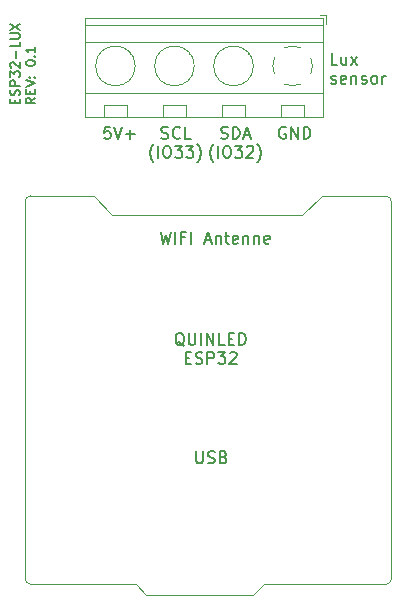
<source format=gbr>
%TF.GenerationSoftware,KiCad,Pcbnew,8.0.5*%
%TF.CreationDate,2024-09-09T20:15:27+02:00*%
%TF.ProjectId,QuinLED-ESP32-Lux,5175696e-4c45-4442-9d45-535033322d4c,rev?*%
%TF.SameCoordinates,Original*%
%TF.FileFunction,Legend,Top*%
%TF.FilePolarity,Positive*%
%FSLAX46Y46*%
G04 Gerber Fmt 4.6, Leading zero omitted, Abs format (unit mm)*
G04 Created by KiCad (PCBNEW 8.0.5) date 2024-09-09 20:15:27*
%MOMM*%
%LPD*%
G01*
G04 APERTURE LIST*
%ADD10C,0.150000*%
%ADD11C,0.050000*%
%ADD12C,0.120000*%
G04 APERTURE END LIST*
D10*
X125656774Y-69243653D02*
X125656774Y-68976987D01*
X126075822Y-68862701D02*
X126075822Y-69243653D01*
X126075822Y-69243653D02*
X125275822Y-69243653D01*
X125275822Y-69243653D02*
X125275822Y-68862701D01*
X126037727Y-68557939D02*
X126075822Y-68443653D01*
X126075822Y-68443653D02*
X126075822Y-68253177D01*
X126075822Y-68253177D02*
X126037727Y-68176986D01*
X126037727Y-68176986D02*
X125999631Y-68138891D01*
X125999631Y-68138891D02*
X125923441Y-68100796D01*
X125923441Y-68100796D02*
X125847250Y-68100796D01*
X125847250Y-68100796D02*
X125771060Y-68138891D01*
X125771060Y-68138891D02*
X125732965Y-68176986D01*
X125732965Y-68176986D02*
X125694869Y-68253177D01*
X125694869Y-68253177D02*
X125656774Y-68405558D01*
X125656774Y-68405558D02*
X125618679Y-68481748D01*
X125618679Y-68481748D02*
X125580584Y-68519843D01*
X125580584Y-68519843D02*
X125504393Y-68557939D01*
X125504393Y-68557939D02*
X125428203Y-68557939D01*
X125428203Y-68557939D02*
X125352012Y-68519843D01*
X125352012Y-68519843D02*
X125313917Y-68481748D01*
X125313917Y-68481748D02*
X125275822Y-68405558D01*
X125275822Y-68405558D02*
X125275822Y-68215081D01*
X125275822Y-68215081D02*
X125313917Y-68100796D01*
X126075822Y-67757938D02*
X125275822Y-67757938D01*
X125275822Y-67757938D02*
X125275822Y-67453176D01*
X125275822Y-67453176D02*
X125313917Y-67376986D01*
X125313917Y-67376986D02*
X125352012Y-67338891D01*
X125352012Y-67338891D02*
X125428203Y-67300795D01*
X125428203Y-67300795D02*
X125542488Y-67300795D01*
X125542488Y-67300795D02*
X125618679Y-67338891D01*
X125618679Y-67338891D02*
X125656774Y-67376986D01*
X125656774Y-67376986D02*
X125694869Y-67453176D01*
X125694869Y-67453176D02*
X125694869Y-67757938D01*
X125275822Y-67034129D02*
X125275822Y-66538891D01*
X125275822Y-66538891D02*
X125580584Y-66805557D01*
X125580584Y-66805557D02*
X125580584Y-66691272D01*
X125580584Y-66691272D02*
X125618679Y-66615081D01*
X125618679Y-66615081D02*
X125656774Y-66576986D01*
X125656774Y-66576986D02*
X125732965Y-66538891D01*
X125732965Y-66538891D02*
X125923441Y-66538891D01*
X125923441Y-66538891D02*
X125999631Y-66576986D01*
X125999631Y-66576986D02*
X126037727Y-66615081D01*
X126037727Y-66615081D02*
X126075822Y-66691272D01*
X126075822Y-66691272D02*
X126075822Y-66919843D01*
X126075822Y-66919843D02*
X126037727Y-66996034D01*
X126037727Y-66996034D02*
X125999631Y-67034129D01*
X125352012Y-66234129D02*
X125313917Y-66196033D01*
X125313917Y-66196033D02*
X125275822Y-66119843D01*
X125275822Y-66119843D02*
X125275822Y-65929367D01*
X125275822Y-65929367D02*
X125313917Y-65853176D01*
X125313917Y-65853176D02*
X125352012Y-65815081D01*
X125352012Y-65815081D02*
X125428203Y-65776986D01*
X125428203Y-65776986D02*
X125504393Y-65776986D01*
X125504393Y-65776986D02*
X125618679Y-65815081D01*
X125618679Y-65815081D02*
X126075822Y-66272224D01*
X126075822Y-66272224D02*
X126075822Y-65776986D01*
X125771060Y-65434128D02*
X125771060Y-64824605D01*
X126075822Y-64062700D02*
X126075822Y-64443652D01*
X126075822Y-64443652D02*
X125275822Y-64443652D01*
X125275822Y-63796033D02*
X125923441Y-63796033D01*
X125923441Y-63796033D02*
X125999631Y-63757938D01*
X125999631Y-63757938D02*
X126037727Y-63719843D01*
X126037727Y-63719843D02*
X126075822Y-63643652D01*
X126075822Y-63643652D02*
X126075822Y-63491271D01*
X126075822Y-63491271D02*
X126037727Y-63415081D01*
X126037727Y-63415081D02*
X125999631Y-63376986D01*
X125999631Y-63376986D02*
X125923441Y-63338890D01*
X125923441Y-63338890D02*
X125275822Y-63338890D01*
X125275822Y-63034129D02*
X126075822Y-62500795D01*
X125275822Y-62500795D02*
X126075822Y-63034129D01*
X127363777Y-68786510D02*
X126982824Y-69053177D01*
X127363777Y-69243653D02*
X126563777Y-69243653D01*
X126563777Y-69243653D02*
X126563777Y-68938891D01*
X126563777Y-68938891D02*
X126601872Y-68862701D01*
X126601872Y-68862701D02*
X126639967Y-68824606D01*
X126639967Y-68824606D02*
X126716158Y-68786510D01*
X126716158Y-68786510D02*
X126830443Y-68786510D01*
X126830443Y-68786510D02*
X126906634Y-68824606D01*
X126906634Y-68824606D02*
X126944729Y-68862701D01*
X126944729Y-68862701D02*
X126982824Y-68938891D01*
X126982824Y-68938891D02*
X126982824Y-69243653D01*
X126944729Y-68443653D02*
X126944729Y-68176987D01*
X127363777Y-68062701D02*
X127363777Y-68443653D01*
X127363777Y-68443653D02*
X126563777Y-68443653D01*
X126563777Y-68443653D02*
X126563777Y-68062701D01*
X126563777Y-67834129D02*
X127363777Y-67567462D01*
X127363777Y-67567462D02*
X126563777Y-67300796D01*
X127287586Y-67034129D02*
X127325682Y-66996034D01*
X127325682Y-66996034D02*
X127363777Y-67034129D01*
X127363777Y-67034129D02*
X127325682Y-67072225D01*
X127325682Y-67072225D02*
X127287586Y-67034129D01*
X127287586Y-67034129D02*
X127363777Y-67034129D01*
X126868539Y-67034129D02*
X126906634Y-66996034D01*
X126906634Y-66996034D02*
X126944729Y-67034129D01*
X126944729Y-67034129D02*
X126906634Y-67072225D01*
X126906634Y-67072225D02*
X126868539Y-67034129D01*
X126868539Y-67034129D02*
X126944729Y-67034129D01*
X126563777Y-65891272D02*
X126563777Y-65815082D01*
X126563777Y-65815082D02*
X126601872Y-65738891D01*
X126601872Y-65738891D02*
X126639967Y-65700796D01*
X126639967Y-65700796D02*
X126716158Y-65662701D01*
X126716158Y-65662701D02*
X126868539Y-65624606D01*
X126868539Y-65624606D02*
X127059015Y-65624606D01*
X127059015Y-65624606D02*
X127211396Y-65662701D01*
X127211396Y-65662701D02*
X127287586Y-65700796D01*
X127287586Y-65700796D02*
X127325682Y-65738891D01*
X127325682Y-65738891D02*
X127363777Y-65815082D01*
X127363777Y-65815082D02*
X127363777Y-65891272D01*
X127363777Y-65891272D02*
X127325682Y-65967463D01*
X127325682Y-65967463D02*
X127287586Y-66005558D01*
X127287586Y-66005558D02*
X127211396Y-66043653D01*
X127211396Y-66043653D02*
X127059015Y-66081749D01*
X127059015Y-66081749D02*
X126868539Y-66081749D01*
X126868539Y-66081749D02*
X126716158Y-66043653D01*
X126716158Y-66043653D02*
X126639967Y-66005558D01*
X126639967Y-66005558D02*
X126601872Y-65967463D01*
X126601872Y-65967463D02*
X126563777Y-65891272D01*
X127287586Y-65281748D02*
X127325682Y-65243653D01*
X127325682Y-65243653D02*
X127363777Y-65281748D01*
X127363777Y-65281748D02*
X127325682Y-65319844D01*
X127325682Y-65319844D02*
X127287586Y-65281748D01*
X127287586Y-65281748D02*
X127363777Y-65281748D01*
X127363777Y-64481749D02*
X127363777Y-64938892D01*
X127363777Y-64710320D02*
X126563777Y-64710320D01*
X126563777Y-64710320D02*
X126678062Y-64786511D01*
X126678062Y-64786511D02*
X126754253Y-64862701D01*
X126754253Y-64862701D02*
X126792348Y-64938892D01*
X143102522Y-72204648D02*
X143245379Y-72252267D01*
X143245379Y-72252267D02*
X143483474Y-72252267D01*
X143483474Y-72252267D02*
X143578712Y-72204648D01*
X143578712Y-72204648D02*
X143626331Y-72157028D01*
X143626331Y-72157028D02*
X143673950Y-72061790D01*
X143673950Y-72061790D02*
X143673950Y-71966552D01*
X143673950Y-71966552D02*
X143626331Y-71871314D01*
X143626331Y-71871314D02*
X143578712Y-71823695D01*
X143578712Y-71823695D02*
X143483474Y-71776076D01*
X143483474Y-71776076D02*
X143292998Y-71728457D01*
X143292998Y-71728457D02*
X143197760Y-71680838D01*
X143197760Y-71680838D02*
X143150141Y-71633219D01*
X143150141Y-71633219D02*
X143102522Y-71537981D01*
X143102522Y-71537981D02*
X143102522Y-71442743D01*
X143102522Y-71442743D02*
X143150141Y-71347505D01*
X143150141Y-71347505D02*
X143197760Y-71299886D01*
X143197760Y-71299886D02*
X143292998Y-71252267D01*
X143292998Y-71252267D02*
X143531093Y-71252267D01*
X143531093Y-71252267D02*
X143673950Y-71299886D01*
X144102522Y-72252267D02*
X144102522Y-71252267D01*
X144102522Y-71252267D02*
X144340617Y-71252267D01*
X144340617Y-71252267D02*
X144483474Y-71299886D01*
X144483474Y-71299886D02*
X144578712Y-71395124D01*
X144578712Y-71395124D02*
X144626331Y-71490362D01*
X144626331Y-71490362D02*
X144673950Y-71680838D01*
X144673950Y-71680838D02*
X144673950Y-71823695D01*
X144673950Y-71823695D02*
X144626331Y-72014171D01*
X144626331Y-72014171D02*
X144578712Y-72109409D01*
X144578712Y-72109409D02*
X144483474Y-72204648D01*
X144483474Y-72204648D02*
X144340617Y-72252267D01*
X144340617Y-72252267D02*
X144102522Y-72252267D01*
X145054903Y-71966552D02*
X145531093Y-71966552D01*
X144959665Y-72252267D02*
X145292998Y-71252267D01*
X145292998Y-71252267D02*
X145626331Y-72252267D01*
X142459665Y-74243163D02*
X142412046Y-74195544D01*
X142412046Y-74195544D02*
X142316808Y-74052687D01*
X142316808Y-74052687D02*
X142269189Y-73957449D01*
X142269189Y-73957449D02*
X142221570Y-73814592D01*
X142221570Y-73814592D02*
X142173951Y-73576496D01*
X142173951Y-73576496D02*
X142173951Y-73386020D01*
X142173951Y-73386020D02*
X142221570Y-73147925D01*
X142221570Y-73147925D02*
X142269189Y-73005068D01*
X142269189Y-73005068D02*
X142316808Y-72909830D01*
X142316808Y-72909830D02*
X142412046Y-72766972D01*
X142412046Y-72766972D02*
X142459665Y-72719353D01*
X142840618Y-73862211D02*
X142840618Y-72862211D01*
X143507284Y-72862211D02*
X143697760Y-72862211D01*
X143697760Y-72862211D02*
X143792998Y-72909830D01*
X143792998Y-72909830D02*
X143888236Y-73005068D01*
X143888236Y-73005068D02*
X143935855Y-73195544D01*
X143935855Y-73195544D02*
X143935855Y-73528877D01*
X143935855Y-73528877D02*
X143888236Y-73719353D01*
X143888236Y-73719353D02*
X143792998Y-73814592D01*
X143792998Y-73814592D02*
X143697760Y-73862211D01*
X143697760Y-73862211D02*
X143507284Y-73862211D01*
X143507284Y-73862211D02*
X143412046Y-73814592D01*
X143412046Y-73814592D02*
X143316808Y-73719353D01*
X143316808Y-73719353D02*
X143269189Y-73528877D01*
X143269189Y-73528877D02*
X143269189Y-73195544D01*
X143269189Y-73195544D02*
X143316808Y-73005068D01*
X143316808Y-73005068D02*
X143412046Y-72909830D01*
X143412046Y-72909830D02*
X143507284Y-72862211D01*
X144269189Y-72862211D02*
X144888236Y-72862211D01*
X144888236Y-72862211D02*
X144554903Y-73243163D01*
X144554903Y-73243163D02*
X144697760Y-73243163D01*
X144697760Y-73243163D02*
X144792998Y-73290782D01*
X144792998Y-73290782D02*
X144840617Y-73338401D01*
X144840617Y-73338401D02*
X144888236Y-73433639D01*
X144888236Y-73433639D02*
X144888236Y-73671734D01*
X144888236Y-73671734D02*
X144840617Y-73766972D01*
X144840617Y-73766972D02*
X144792998Y-73814592D01*
X144792998Y-73814592D02*
X144697760Y-73862211D01*
X144697760Y-73862211D02*
X144412046Y-73862211D01*
X144412046Y-73862211D02*
X144316808Y-73814592D01*
X144316808Y-73814592D02*
X144269189Y-73766972D01*
X145269189Y-72957449D02*
X145316808Y-72909830D01*
X145316808Y-72909830D02*
X145412046Y-72862211D01*
X145412046Y-72862211D02*
X145650141Y-72862211D01*
X145650141Y-72862211D02*
X145745379Y-72909830D01*
X145745379Y-72909830D02*
X145792998Y-72957449D01*
X145792998Y-72957449D02*
X145840617Y-73052687D01*
X145840617Y-73052687D02*
X145840617Y-73147925D01*
X145840617Y-73147925D02*
X145792998Y-73290782D01*
X145792998Y-73290782D02*
X145221570Y-73862211D01*
X145221570Y-73862211D02*
X145840617Y-73862211D01*
X146173951Y-74243163D02*
X146221570Y-74195544D01*
X146221570Y-74195544D02*
X146316808Y-74052687D01*
X146316808Y-74052687D02*
X146364427Y-73957449D01*
X146364427Y-73957449D02*
X146412046Y-73814592D01*
X146412046Y-73814592D02*
X146459665Y-73576496D01*
X146459665Y-73576496D02*
X146459665Y-73386020D01*
X146459665Y-73386020D02*
X146412046Y-73147925D01*
X146412046Y-73147925D02*
X146364427Y-73005068D01*
X146364427Y-73005068D02*
X146316808Y-72909830D01*
X146316808Y-72909830D02*
X146221570Y-72766972D01*
X146221570Y-72766972D02*
X146173951Y-72719353D01*
X152951911Y-65982113D02*
X152475721Y-65982113D01*
X152475721Y-65982113D02*
X152475721Y-64982113D01*
X153713816Y-65315446D02*
X153713816Y-65982113D01*
X153285245Y-65315446D02*
X153285245Y-65839255D01*
X153285245Y-65839255D02*
X153332864Y-65934494D01*
X153332864Y-65934494D02*
X153428102Y-65982113D01*
X153428102Y-65982113D02*
X153570959Y-65982113D01*
X153570959Y-65982113D02*
X153666197Y-65934494D01*
X153666197Y-65934494D02*
X153713816Y-65886874D01*
X154094769Y-65982113D02*
X154618578Y-65315446D01*
X154094769Y-65315446D02*
X154618578Y-65982113D01*
X152428102Y-67544438D02*
X152523340Y-67592057D01*
X152523340Y-67592057D02*
X152713816Y-67592057D01*
X152713816Y-67592057D02*
X152809054Y-67544438D01*
X152809054Y-67544438D02*
X152856673Y-67449199D01*
X152856673Y-67449199D02*
X152856673Y-67401580D01*
X152856673Y-67401580D02*
X152809054Y-67306342D01*
X152809054Y-67306342D02*
X152713816Y-67258723D01*
X152713816Y-67258723D02*
X152570959Y-67258723D01*
X152570959Y-67258723D02*
X152475721Y-67211104D01*
X152475721Y-67211104D02*
X152428102Y-67115866D01*
X152428102Y-67115866D02*
X152428102Y-67068247D01*
X152428102Y-67068247D02*
X152475721Y-66973009D01*
X152475721Y-66973009D02*
X152570959Y-66925390D01*
X152570959Y-66925390D02*
X152713816Y-66925390D01*
X152713816Y-66925390D02*
X152809054Y-66973009D01*
X153666197Y-67544438D02*
X153570959Y-67592057D01*
X153570959Y-67592057D02*
X153380483Y-67592057D01*
X153380483Y-67592057D02*
X153285245Y-67544438D01*
X153285245Y-67544438D02*
X153237626Y-67449199D01*
X153237626Y-67449199D02*
X153237626Y-67068247D01*
X153237626Y-67068247D02*
X153285245Y-66973009D01*
X153285245Y-66973009D02*
X153380483Y-66925390D01*
X153380483Y-66925390D02*
X153570959Y-66925390D01*
X153570959Y-66925390D02*
X153666197Y-66973009D01*
X153666197Y-66973009D02*
X153713816Y-67068247D01*
X153713816Y-67068247D02*
X153713816Y-67163485D01*
X153713816Y-67163485D02*
X153237626Y-67258723D01*
X154142388Y-66925390D02*
X154142388Y-67592057D01*
X154142388Y-67020628D02*
X154190007Y-66973009D01*
X154190007Y-66973009D02*
X154285245Y-66925390D01*
X154285245Y-66925390D02*
X154428102Y-66925390D01*
X154428102Y-66925390D02*
X154523340Y-66973009D01*
X154523340Y-66973009D02*
X154570959Y-67068247D01*
X154570959Y-67068247D02*
X154570959Y-67592057D01*
X154999531Y-67544438D02*
X155094769Y-67592057D01*
X155094769Y-67592057D02*
X155285245Y-67592057D01*
X155285245Y-67592057D02*
X155380483Y-67544438D01*
X155380483Y-67544438D02*
X155428102Y-67449199D01*
X155428102Y-67449199D02*
X155428102Y-67401580D01*
X155428102Y-67401580D02*
X155380483Y-67306342D01*
X155380483Y-67306342D02*
X155285245Y-67258723D01*
X155285245Y-67258723D02*
X155142388Y-67258723D01*
X155142388Y-67258723D02*
X155047150Y-67211104D01*
X155047150Y-67211104D02*
X154999531Y-67115866D01*
X154999531Y-67115866D02*
X154999531Y-67068247D01*
X154999531Y-67068247D02*
X155047150Y-66973009D01*
X155047150Y-66973009D02*
X155142388Y-66925390D01*
X155142388Y-66925390D02*
X155285245Y-66925390D01*
X155285245Y-66925390D02*
X155380483Y-66973009D01*
X155999531Y-67592057D02*
X155904293Y-67544438D01*
X155904293Y-67544438D02*
X155856674Y-67496818D01*
X155856674Y-67496818D02*
X155809055Y-67401580D01*
X155809055Y-67401580D02*
X155809055Y-67115866D01*
X155809055Y-67115866D02*
X155856674Y-67020628D01*
X155856674Y-67020628D02*
X155904293Y-66973009D01*
X155904293Y-66973009D02*
X155999531Y-66925390D01*
X155999531Y-66925390D02*
X156142388Y-66925390D01*
X156142388Y-66925390D02*
X156237626Y-66973009D01*
X156237626Y-66973009D02*
X156285245Y-67020628D01*
X156285245Y-67020628D02*
X156332864Y-67115866D01*
X156332864Y-67115866D02*
X156332864Y-67401580D01*
X156332864Y-67401580D02*
X156285245Y-67496818D01*
X156285245Y-67496818D02*
X156237626Y-67544438D01*
X156237626Y-67544438D02*
X156142388Y-67592057D01*
X156142388Y-67592057D02*
X155999531Y-67592057D01*
X156761436Y-67592057D02*
X156761436Y-66925390D01*
X156761436Y-67115866D02*
X156809055Y-67020628D01*
X156809055Y-67020628D02*
X156856674Y-66973009D01*
X156856674Y-66973009D02*
X156951912Y-66925390D01*
X156951912Y-66925390D02*
X157047150Y-66925390D01*
X140984526Y-98724096D02*
X140984526Y-99533619D01*
X140984526Y-99533619D02*
X141032145Y-99628857D01*
X141032145Y-99628857D02*
X141079764Y-99676477D01*
X141079764Y-99676477D02*
X141175002Y-99724096D01*
X141175002Y-99724096D02*
X141365478Y-99724096D01*
X141365478Y-99724096D02*
X141460716Y-99676477D01*
X141460716Y-99676477D02*
X141508335Y-99628857D01*
X141508335Y-99628857D02*
X141555954Y-99533619D01*
X141555954Y-99533619D02*
X141555954Y-98724096D01*
X141984526Y-99676477D02*
X142127383Y-99724096D01*
X142127383Y-99724096D02*
X142365478Y-99724096D01*
X142365478Y-99724096D02*
X142460716Y-99676477D01*
X142460716Y-99676477D02*
X142508335Y-99628857D01*
X142508335Y-99628857D02*
X142555954Y-99533619D01*
X142555954Y-99533619D02*
X142555954Y-99438381D01*
X142555954Y-99438381D02*
X142508335Y-99343143D01*
X142508335Y-99343143D02*
X142460716Y-99295524D01*
X142460716Y-99295524D02*
X142365478Y-99247905D01*
X142365478Y-99247905D02*
X142175002Y-99200286D01*
X142175002Y-99200286D02*
X142079764Y-99152667D01*
X142079764Y-99152667D02*
X142032145Y-99105048D01*
X142032145Y-99105048D02*
X141984526Y-99009810D01*
X141984526Y-99009810D02*
X141984526Y-98914572D01*
X141984526Y-98914572D02*
X142032145Y-98819334D01*
X142032145Y-98819334D02*
X142079764Y-98771715D01*
X142079764Y-98771715D02*
X142175002Y-98724096D01*
X142175002Y-98724096D02*
X142413097Y-98724096D01*
X142413097Y-98724096D02*
X142555954Y-98771715D01*
X143317859Y-99200286D02*
X143460716Y-99247905D01*
X143460716Y-99247905D02*
X143508335Y-99295524D01*
X143508335Y-99295524D02*
X143555954Y-99390762D01*
X143555954Y-99390762D02*
X143555954Y-99533619D01*
X143555954Y-99533619D02*
X143508335Y-99628857D01*
X143508335Y-99628857D02*
X143460716Y-99676477D01*
X143460716Y-99676477D02*
X143365478Y-99724096D01*
X143365478Y-99724096D02*
X142984526Y-99724096D01*
X142984526Y-99724096D02*
X142984526Y-98724096D01*
X142984526Y-98724096D02*
X143317859Y-98724096D01*
X143317859Y-98724096D02*
X143413097Y-98771715D01*
X143413097Y-98771715D02*
X143460716Y-98819334D01*
X143460716Y-98819334D02*
X143508335Y-98914572D01*
X143508335Y-98914572D02*
X143508335Y-99009810D01*
X143508335Y-99009810D02*
X143460716Y-99105048D01*
X143460716Y-99105048D02*
X143413097Y-99152667D01*
X143413097Y-99152667D02*
X143317859Y-99200286D01*
X143317859Y-99200286D02*
X142984526Y-99200286D01*
X138049688Y-72204648D02*
X138192545Y-72252267D01*
X138192545Y-72252267D02*
X138430640Y-72252267D01*
X138430640Y-72252267D02*
X138525878Y-72204648D01*
X138525878Y-72204648D02*
X138573497Y-72157028D01*
X138573497Y-72157028D02*
X138621116Y-72061790D01*
X138621116Y-72061790D02*
X138621116Y-71966552D01*
X138621116Y-71966552D02*
X138573497Y-71871314D01*
X138573497Y-71871314D02*
X138525878Y-71823695D01*
X138525878Y-71823695D02*
X138430640Y-71776076D01*
X138430640Y-71776076D02*
X138240164Y-71728457D01*
X138240164Y-71728457D02*
X138144926Y-71680838D01*
X138144926Y-71680838D02*
X138097307Y-71633219D01*
X138097307Y-71633219D02*
X138049688Y-71537981D01*
X138049688Y-71537981D02*
X138049688Y-71442743D01*
X138049688Y-71442743D02*
X138097307Y-71347505D01*
X138097307Y-71347505D02*
X138144926Y-71299886D01*
X138144926Y-71299886D02*
X138240164Y-71252267D01*
X138240164Y-71252267D02*
X138478259Y-71252267D01*
X138478259Y-71252267D02*
X138621116Y-71299886D01*
X139621116Y-72157028D02*
X139573497Y-72204648D01*
X139573497Y-72204648D02*
X139430640Y-72252267D01*
X139430640Y-72252267D02*
X139335402Y-72252267D01*
X139335402Y-72252267D02*
X139192545Y-72204648D01*
X139192545Y-72204648D02*
X139097307Y-72109409D01*
X139097307Y-72109409D02*
X139049688Y-72014171D01*
X139049688Y-72014171D02*
X139002069Y-71823695D01*
X139002069Y-71823695D02*
X139002069Y-71680838D01*
X139002069Y-71680838D02*
X139049688Y-71490362D01*
X139049688Y-71490362D02*
X139097307Y-71395124D01*
X139097307Y-71395124D02*
X139192545Y-71299886D01*
X139192545Y-71299886D02*
X139335402Y-71252267D01*
X139335402Y-71252267D02*
X139430640Y-71252267D01*
X139430640Y-71252267D02*
X139573497Y-71299886D01*
X139573497Y-71299886D02*
X139621116Y-71347505D01*
X140525878Y-72252267D02*
X140049688Y-72252267D01*
X140049688Y-72252267D02*
X140049688Y-71252267D01*
X137383021Y-74243163D02*
X137335402Y-74195544D01*
X137335402Y-74195544D02*
X137240164Y-74052687D01*
X137240164Y-74052687D02*
X137192545Y-73957449D01*
X137192545Y-73957449D02*
X137144926Y-73814592D01*
X137144926Y-73814592D02*
X137097307Y-73576496D01*
X137097307Y-73576496D02*
X137097307Y-73386020D01*
X137097307Y-73386020D02*
X137144926Y-73147925D01*
X137144926Y-73147925D02*
X137192545Y-73005068D01*
X137192545Y-73005068D02*
X137240164Y-72909830D01*
X137240164Y-72909830D02*
X137335402Y-72766972D01*
X137335402Y-72766972D02*
X137383021Y-72719353D01*
X137763974Y-73862211D02*
X137763974Y-72862211D01*
X138430640Y-72862211D02*
X138621116Y-72862211D01*
X138621116Y-72862211D02*
X138716354Y-72909830D01*
X138716354Y-72909830D02*
X138811592Y-73005068D01*
X138811592Y-73005068D02*
X138859211Y-73195544D01*
X138859211Y-73195544D02*
X138859211Y-73528877D01*
X138859211Y-73528877D02*
X138811592Y-73719353D01*
X138811592Y-73719353D02*
X138716354Y-73814592D01*
X138716354Y-73814592D02*
X138621116Y-73862211D01*
X138621116Y-73862211D02*
X138430640Y-73862211D01*
X138430640Y-73862211D02*
X138335402Y-73814592D01*
X138335402Y-73814592D02*
X138240164Y-73719353D01*
X138240164Y-73719353D02*
X138192545Y-73528877D01*
X138192545Y-73528877D02*
X138192545Y-73195544D01*
X138192545Y-73195544D02*
X138240164Y-73005068D01*
X138240164Y-73005068D02*
X138335402Y-72909830D01*
X138335402Y-72909830D02*
X138430640Y-72862211D01*
X139192545Y-72862211D02*
X139811592Y-72862211D01*
X139811592Y-72862211D02*
X139478259Y-73243163D01*
X139478259Y-73243163D02*
X139621116Y-73243163D01*
X139621116Y-73243163D02*
X139716354Y-73290782D01*
X139716354Y-73290782D02*
X139763973Y-73338401D01*
X139763973Y-73338401D02*
X139811592Y-73433639D01*
X139811592Y-73433639D02*
X139811592Y-73671734D01*
X139811592Y-73671734D02*
X139763973Y-73766972D01*
X139763973Y-73766972D02*
X139716354Y-73814592D01*
X139716354Y-73814592D02*
X139621116Y-73862211D01*
X139621116Y-73862211D02*
X139335402Y-73862211D01*
X139335402Y-73862211D02*
X139240164Y-73814592D01*
X139240164Y-73814592D02*
X139192545Y-73766972D01*
X140144926Y-72862211D02*
X140763973Y-72862211D01*
X140763973Y-72862211D02*
X140430640Y-73243163D01*
X140430640Y-73243163D02*
X140573497Y-73243163D01*
X140573497Y-73243163D02*
X140668735Y-73290782D01*
X140668735Y-73290782D02*
X140716354Y-73338401D01*
X140716354Y-73338401D02*
X140763973Y-73433639D01*
X140763973Y-73433639D02*
X140763973Y-73671734D01*
X140763973Y-73671734D02*
X140716354Y-73766972D01*
X140716354Y-73766972D02*
X140668735Y-73814592D01*
X140668735Y-73814592D02*
X140573497Y-73862211D01*
X140573497Y-73862211D02*
X140287783Y-73862211D01*
X140287783Y-73862211D02*
X140192545Y-73814592D01*
X140192545Y-73814592D02*
X140144926Y-73766972D01*
X141097307Y-74243163D02*
X141144926Y-74195544D01*
X141144926Y-74195544D02*
X141240164Y-74052687D01*
X141240164Y-74052687D02*
X141287783Y-73957449D01*
X141287783Y-73957449D02*
X141335402Y-73814592D01*
X141335402Y-73814592D02*
X141383021Y-73576496D01*
X141383021Y-73576496D02*
X141383021Y-73386020D01*
X141383021Y-73386020D02*
X141335402Y-73147925D01*
X141335402Y-73147925D02*
X141287783Y-73005068D01*
X141287783Y-73005068D02*
X141240164Y-72909830D01*
X141240164Y-72909830D02*
X141144926Y-72766972D01*
X141144926Y-72766972D02*
X141097307Y-72719353D01*
X139978095Y-89795113D02*
X139882857Y-89747494D01*
X139882857Y-89747494D02*
X139787619Y-89652256D01*
X139787619Y-89652256D02*
X139644762Y-89509398D01*
X139644762Y-89509398D02*
X139549524Y-89461779D01*
X139549524Y-89461779D02*
X139454286Y-89461779D01*
X139501905Y-89699875D02*
X139406667Y-89652256D01*
X139406667Y-89652256D02*
X139311429Y-89557017D01*
X139311429Y-89557017D02*
X139263810Y-89366541D01*
X139263810Y-89366541D02*
X139263810Y-89033208D01*
X139263810Y-89033208D02*
X139311429Y-88842732D01*
X139311429Y-88842732D02*
X139406667Y-88747494D01*
X139406667Y-88747494D02*
X139501905Y-88699875D01*
X139501905Y-88699875D02*
X139692381Y-88699875D01*
X139692381Y-88699875D02*
X139787619Y-88747494D01*
X139787619Y-88747494D02*
X139882857Y-88842732D01*
X139882857Y-88842732D02*
X139930476Y-89033208D01*
X139930476Y-89033208D02*
X139930476Y-89366541D01*
X139930476Y-89366541D02*
X139882857Y-89557017D01*
X139882857Y-89557017D02*
X139787619Y-89652256D01*
X139787619Y-89652256D02*
X139692381Y-89699875D01*
X139692381Y-89699875D02*
X139501905Y-89699875D01*
X140359048Y-88699875D02*
X140359048Y-89509398D01*
X140359048Y-89509398D02*
X140406667Y-89604636D01*
X140406667Y-89604636D02*
X140454286Y-89652256D01*
X140454286Y-89652256D02*
X140549524Y-89699875D01*
X140549524Y-89699875D02*
X140740000Y-89699875D01*
X140740000Y-89699875D02*
X140835238Y-89652256D01*
X140835238Y-89652256D02*
X140882857Y-89604636D01*
X140882857Y-89604636D02*
X140930476Y-89509398D01*
X140930476Y-89509398D02*
X140930476Y-88699875D01*
X141406667Y-89699875D02*
X141406667Y-88699875D01*
X141882857Y-89699875D02*
X141882857Y-88699875D01*
X141882857Y-88699875D02*
X142454285Y-89699875D01*
X142454285Y-89699875D02*
X142454285Y-88699875D01*
X143406666Y-89699875D02*
X142930476Y-89699875D01*
X142930476Y-89699875D02*
X142930476Y-88699875D01*
X143740000Y-89176065D02*
X144073333Y-89176065D01*
X144216190Y-89699875D02*
X143740000Y-89699875D01*
X143740000Y-89699875D02*
X143740000Y-88699875D01*
X143740000Y-88699875D02*
X144216190Y-88699875D01*
X144644762Y-89699875D02*
X144644762Y-88699875D01*
X144644762Y-88699875D02*
X144882857Y-88699875D01*
X144882857Y-88699875D02*
X145025714Y-88747494D01*
X145025714Y-88747494D02*
X145120952Y-88842732D01*
X145120952Y-88842732D02*
X145168571Y-88937970D01*
X145168571Y-88937970D02*
X145216190Y-89128446D01*
X145216190Y-89128446D02*
X145216190Y-89271303D01*
X145216190Y-89271303D02*
X145168571Y-89461779D01*
X145168571Y-89461779D02*
X145120952Y-89557017D01*
X145120952Y-89557017D02*
X145025714Y-89652256D01*
X145025714Y-89652256D02*
X144882857Y-89699875D01*
X144882857Y-89699875D02*
X144644762Y-89699875D01*
X140097143Y-90786009D02*
X140430476Y-90786009D01*
X140573333Y-91309819D02*
X140097143Y-91309819D01*
X140097143Y-91309819D02*
X140097143Y-90309819D01*
X140097143Y-90309819D02*
X140573333Y-90309819D01*
X140954286Y-91262200D02*
X141097143Y-91309819D01*
X141097143Y-91309819D02*
X141335238Y-91309819D01*
X141335238Y-91309819D02*
X141430476Y-91262200D01*
X141430476Y-91262200D02*
X141478095Y-91214580D01*
X141478095Y-91214580D02*
X141525714Y-91119342D01*
X141525714Y-91119342D02*
X141525714Y-91024104D01*
X141525714Y-91024104D02*
X141478095Y-90928866D01*
X141478095Y-90928866D02*
X141430476Y-90881247D01*
X141430476Y-90881247D02*
X141335238Y-90833628D01*
X141335238Y-90833628D02*
X141144762Y-90786009D01*
X141144762Y-90786009D02*
X141049524Y-90738390D01*
X141049524Y-90738390D02*
X141001905Y-90690771D01*
X141001905Y-90690771D02*
X140954286Y-90595533D01*
X140954286Y-90595533D02*
X140954286Y-90500295D01*
X140954286Y-90500295D02*
X141001905Y-90405057D01*
X141001905Y-90405057D02*
X141049524Y-90357438D01*
X141049524Y-90357438D02*
X141144762Y-90309819D01*
X141144762Y-90309819D02*
X141382857Y-90309819D01*
X141382857Y-90309819D02*
X141525714Y-90357438D01*
X141954286Y-91309819D02*
X141954286Y-90309819D01*
X141954286Y-90309819D02*
X142335238Y-90309819D01*
X142335238Y-90309819D02*
X142430476Y-90357438D01*
X142430476Y-90357438D02*
X142478095Y-90405057D01*
X142478095Y-90405057D02*
X142525714Y-90500295D01*
X142525714Y-90500295D02*
X142525714Y-90643152D01*
X142525714Y-90643152D02*
X142478095Y-90738390D01*
X142478095Y-90738390D02*
X142430476Y-90786009D01*
X142430476Y-90786009D02*
X142335238Y-90833628D01*
X142335238Y-90833628D02*
X141954286Y-90833628D01*
X142859048Y-90309819D02*
X143478095Y-90309819D01*
X143478095Y-90309819D02*
X143144762Y-90690771D01*
X143144762Y-90690771D02*
X143287619Y-90690771D01*
X143287619Y-90690771D02*
X143382857Y-90738390D01*
X143382857Y-90738390D02*
X143430476Y-90786009D01*
X143430476Y-90786009D02*
X143478095Y-90881247D01*
X143478095Y-90881247D02*
X143478095Y-91119342D01*
X143478095Y-91119342D02*
X143430476Y-91214580D01*
X143430476Y-91214580D02*
X143382857Y-91262200D01*
X143382857Y-91262200D02*
X143287619Y-91309819D01*
X143287619Y-91309819D02*
X143001905Y-91309819D01*
X143001905Y-91309819D02*
X142906667Y-91262200D01*
X142906667Y-91262200D02*
X142859048Y-91214580D01*
X143859048Y-90405057D02*
X143906667Y-90357438D01*
X143906667Y-90357438D02*
X144001905Y-90309819D01*
X144001905Y-90309819D02*
X144240000Y-90309819D01*
X144240000Y-90309819D02*
X144335238Y-90357438D01*
X144335238Y-90357438D02*
X144382857Y-90405057D01*
X144382857Y-90405057D02*
X144430476Y-90500295D01*
X144430476Y-90500295D02*
X144430476Y-90595533D01*
X144430476Y-90595533D02*
X144382857Y-90738390D01*
X144382857Y-90738390D02*
X143811429Y-91309819D01*
X143811429Y-91309819D02*
X144430476Y-91309819D01*
X137983920Y-80139004D02*
X138222015Y-81139004D01*
X138222015Y-81139004D02*
X138412491Y-80424718D01*
X138412491Y-80424718D02*
X138602967Y-81139004D01*
X138602967Y-81139004D02*
X138841063Y-80139004D01*
X139222015Y-81139004D02*
X139222015Y-80139004D01*
X140031538Y-80615194D02*
X139698205Y-80615194D01*
X139698205Y-81139004D02*
X139698205Y-80139004D01*
X139698205Y-80139004D02*
X140174395Y-80139004D01*
X140555348Y-81139004D02*
X140555348Y-80139004D01*
X141745824Y-80853289D02*
X142222014Y-80853289D01*
X141650586Y-81139004D02*
X141983919Y-80139004D01*
X141983919Y-80139004D02*
X142317252Y-81139004D01*
X142650586Y-80472337D02*
X142650586Y-81139004D01*
X142650586Y-80567575D02*
X142698205Y-80519956D01*
X142698205Y-80519956D02*
X142793443Y-80472337D01*
X142793443Y-80472337D02*
X142936300Y-80472337D01*
X142936300Y-80472337D02*
X143031538Y-80519956D01*
X143031538Y-80519956D02*
X143079157Y-80615194D01*
X143079157Y-80615194D02*
X143079157Y-81139004D01*
X143412491Y-80472337D02*
X143793443Y-80472337D01*
X143555348Y-80139004D02*
X143555348Y-80996146D01*
X143555348Y-80996146D02*
X143602967Y-81091385D01*
X143602967Y-81091385D02*
X143698205Y-81139004D01*
X143698205Y-81139004D02*
X143793443Y-81139004D01*
X144507729Y-81091385D02*
X144412491Y-81139004D01*
X144412491Y-81139004D02*
X144222015Y-81139004D01*
X144222015Y-81139004D02*
X144126777Y-81091385D01*
X144126777Y-81091385D02*
X144079158Y-80996146D01*
X144079158Y-80996146D02*
X144079158Y-80615194D01*
X144079158Y-80615194D02*
X144126777Y-80519956D01*
X144126777Y-80519956D02*
X144222015Y-80472337D01*
X144222015Y-80472337D02*
X144412491Y-80472337D01*
X144412491Y-80472337D02*
X144507729Y-80519956D01*
X144507729Y-80519956D02*
X144555348Y-80615194D01*
X144555348Y-80615194D02*
X144555348Y-80710432D01*
X144555348Y-80710432D02*
X144079158Y-80805670D01*
X144983920Y-80472337D02*
X144983920Y-81139004D01*
X144983920Y-80567575D02*
X145031539Y-80519956D01*
X145031539Y-80519956D02*
X145126777Y-80472337D01*
X145126777Y-80472337D02*
X145269634Y-80472337D01*
X145269634Y-80472337D02*
X145364872Y-80519956D01*
X145364872Y-80519956D02*
X145412491Y-80615194D01*
X145412491Y-80615194D02*
X145412491Y-81139004D01*
X145888682Y-80472337D02*
X145888682Y-81139004D01*
X145888682Y-80567575D02*
X145936301Y-80519956D01*
X145936301Y-80519956D02*
X146031539Y-80472337D01*
X146031539Y-80472337D02*
X146174396Y-80472337D01*
X146174396Y-80472337D02*
X146269634Y-80519956D01*
X146269634Y-80519956D02*
X146317253Y-80615194D01*
X146317253Y-80615194D02*
X146317253Y-81139004D01*
X147174396Y-81091385D02*
X147079158Y-81139004D01*
X147079158Y-81139004D02*
X146888682Y-81139004D01*
X146888682Y-81139004D02*
X146793444Y-81091385D01*
X146793444Y-81091385D02*
X146745825Y-80996146D01*
X146745825Y-80996146D02*
X146745825Y-80615194D01*
X146745825Y-80615194D02*
X146793444Y-80519956D01*
X146793444Y-80519956D02*
X146888682Y-80472337D01*
X146888682Y-80472337D02*
X147079158Y-80472337D01*
X147079158Y-80472337D02*
X147174396Y-80519956D01*
X147174396Y-80519956D02*
X147222015Y-80615194D01*
X147222015Y-80615194D02*
X147222015Y-80710432D01*
X147222015Y-80710432D02*
X146745825Y-80805670D01*
X133716027Y-71252267D02*
X133239837Y-71252267D01*
X133239837Y-71252267D02*
X133192218Y-71728457D01*
X133192218Y-71728457D02*
X133239837Y-71680838D01*
X133239837Y-71680838D02*
X133335075Y-71633219D01*
X133335075Y-71633219D02*
X133573170Y-71633219D01*
X133573170Y-71633219D02*
X133668408Y-71680838D01*
X133668408Y-71680838D02*
X133716027Y-71728457D01*
X133716027Y-71728457D02*
X133763646Y-71823695D01*
X133763646Y-71823695D02*
X133763646Y-72061790D01*
X133763646Y-72061790D02*
X133716027Y-72157028D01*
X133716027Y-72157028D02*
X133668408Y-72204648D01*
X133668408Y-72204648D02*
X133573170Y-72252267D01*
X133573170Y-72252267D02*
X133335075Y-72252267D01*
X133335075Y-72252267D02*
X133239837Y-72204648D01*
X133239837Y-72204648D02*
X133192218Y-72157028D01*
X134049361Y-71252267D02*
X134382694Y-72252267D01*
X134382694Y-72252267D02*
X134716027Y-71252267D01*
X135049361Y-71871314D02*
X135811266Y-71871314D01*
X135430313Y-72252267D02*
X135430313Y-71490362D01*
X148575811Y-71299886D02*
X148480573Y-71252267D01*
X148480573Y-71252267D02*
X148337716Y-71252267D01*
X148337716Y-71252267D02*
X148194859Y-71299886D01*
X148194859Y-71299886D02*
X148099621Y-71395124D01*
X148099621Y-71395124D02*
X148052002Y-71490362D01*
X148052002Y-71490362D02*
X148004383Y-71680838D01*
X148004383Y-71680838D02*
X148004383Y-71823695D01*
X148004383Y-71823695D02*
X148052002Y-72014171D01*
X148052002Y-72014171D02*
X148099621Y-72109409D01*
X148099621Y-72109409D02*
X148194859Y-72204648D01*
X148194859Y-72204648D02*
X148337716Y-72252267D01*
X148337716Y-72252267D02*
X148432954Y-72252267D01*
X148432954Y-72252267D02*
X148575811Y-72204648D01*
X148575811Y-72204648D02*
X148623430Y-72157028D01*
X148623430Y-72157028D02*
X148623430Y-71823695D01*
X148623430Y-71823695D02*
X148432954Y-71823695D01*
X149052002Y-72252267D02*
X149052002Y-71252267D01*
X149052002Y-71252267D02*
X149623430Y-72252267D01*
X149623430Y-72252267D02*
X149623430Y-71252267D01*
X150099621Y-72252267D02*
X150099621Y-71252267D01*
X150099621Y-71252267D02*
X150337716Y-71252267D01*
X150337716Y-71252267D02*
X150480573Y-71299886D01*
X150480573Y-71299886D02*
X150575811Y-71395124D01*
X150575811Y-71395124D02*
X150623430Y-71490362D01*
X150623430Y-71490362D02*
X150671049Y-71680838D01*
X150671049Y-71680838D02*
X150671049Y-71823695D01*
X150671049Y-71823695D02*
X150623430Y-72014171D01*
X150623430Y-72014171D02*
X150575811Y-72109409D01*
X150575811Y-72109409D02*
X150480573Y-72204648D01*
X150480573Y-72204648D02*
X150337716Y-72252267D01*
X150337716Y-72252267D02*
X150099621Y-72252267D01*
D11*
%TO.C,U1*%
X126516793Y-77573733D02*
X126516793Y-109481213D01*
X126999393Y-77091133D02*
X132358793Y-77091133D01*
X126999393Y-109963813D02*
X135876693Y-109984133D01*
X132358793Y-77091133D02*
X133908193Y-78742133D01*
X133908193Y-78742133D02*
X149999093Y-78742133D01*
X136791093Y-110898533D02*
X135876693Y-109984133D01*
X136791093Y-110898533D02*
X145846193Y-110898533D01*
X145846193Y-110898533D02*
X146760593Y-109984133D01*
X146760593Y-109984133D02*
X157047593Y-109984133D01*
X149999093Y-78742133D02*
X151675493Y-77091133D01*
X151675493Y-77091133D02*
X157047593Y-77091133D01*
X157530193Y-77573733D02*
X157530193Y-109501533D01*
X126516793Y-77573733D02*
G75*
G02*
X126999393Y-77091133I482599J1D01*
G01*
X126999393Y-109963813D02*
G75*
G02*
X126516793Y-109481213I-1J482599D01*
G01*
X157047593Y-77091133D02*
G75*
G02*
X157530193Y-77573733I0J-482600D01*
G01*
X157530193Y-109501533D02*
G75*
G02*
X157047593Y-109984133I-482600J0D01*
G01*
D12*
%TO.C,J1*%
X145841010Y-66091422D02*
G75*
G02*
X142481010Y-66091422I-1680000J0D01*
G01*
X142481010Y-66091422D02*
G75*
G02*
X145841010Y-66091422I1680000J0D01*
G01*
X140841010Y-66091422D02*
G75*
G02*
X137481010Y-66091422I-1680000J0D01*
G01*
X137481010Y-66091422D02*
G75*
G02*
X140841010Y-66091422I1680000J0D01*
G01*
X135841010Y-66091422D02*
G75*
G02*
X132481010Y-66091422I-1680000J0D01*
G01*
X132481010Y-66091422D02*
G75*
G02*
X135841010Y-66091422I1680000J0D01*
G01*
X150696437Y-65408380D02*
G75*
G02*
X150696010Y-66775422I-1535420J-683041D01*
G01*
X149844052Y-67626849D02*
G75*
G02*
X148477010Y-67626422I-683041J1535420D01*
G01*
X149132205Y-64411169D02*
G75*
G02*
X149845010Y-64556422I28806J-1680254D01*
G01*
X148477692Y-64556666D02*
G75*
G02*
X149161010Y-64411422I683318J-1534756D01*
G01*
X147625583Y-66774464D02*
G75*
G02*
X147626010Y-65407422I1535427J683042D01*
G01*
X151961010Y-62531422D02*
X151961010Y-61791422D01*
X151961010Y-61791422D02*
X151461010Y-61791422D01*
X151721010Y-70451422D02*
X151721010Y-62031422D01*
X151721010Y-70451422D02*
X131600010Y-70451422D01*
X151721010Y-68392422D02*
X131600010Y-68392422D01*
X151721010Y-64091422D02*
X131600010Y-64091422D01*
X151721010Y-62591422D02*
X131600010Y-62591422D01*
X151721010Y-62031422D02*
X131600010Y-62031422D01*
X150161010Y-70391422D02*
X150161010Y-69391422D01*
X150161010Y-70391422D02*
X148161010Y-70391422D01*
X150161010Y-69391422D02*
X148161010Y-69391422D01*
X148161010Y-70391422D02*
X148161010Y-69391422D01*
X145388010Y-65068422D02*
X145435010Y-65022422D01*
X145195010Y-64852422D02*
X145230010Y-64817422D01*
X145161010Y-70391422D02*
X145161010Y-69391422D01*
X145161010Y-70391422D02*
X143161010Y-70391422D01*
X145161010Y-69391422D02*
X143161010Y-69391422D01*
X143161010Y-70391422D02*
X143161010Y-69391422D01*
X143091010Y-67366422D02*
X143126010Y-67330422D01*
X142886010Y-67160422D02*
X142933010Y-67114422D01*
X140388010Y-65068422D02*
X140435010Y-65022422D01*
X140195010Y-64852422D02*
X140230010Y-64817422D01*
X140161010Y-70391422D02*
X140161010Y-69391422D01*
X140161010Y-70391422D02*
X138161010Y-70391422D01*
X140161010Y-69391422D02*
X138161010Y-69391422D01*
X138161010Y-70391422D02*
X138161010Y-69391422D01*
X138091010Y-67366422D02*
X138126010Y-67330422D01*
X137886010Y-67160422D02*
X137933010Y-67114422D01*
X135388010Y-65068422D02*
X135435010Y-65022422D01*
X135195010Y-64852422D02*
X135230010Y-64817422D01*
X135161010Y-70391422D02*
X135161010Y-69391422D01*
X135161010Y-70391422D02*
X133161010Y-70391422D01*
X135161010Y-69391422D02*
X133161010Y-69391422D01*
X133161010Y-70391422D02*
X133161010Y-69391422D01*
X133091010Y-67366422D02*
X133126010Y-67330422D01*
X132886010Y-67160422D02*
X132933010Y-67114422D01*
X131600010Y-70451422D02*
X131600010Y-62031422D01*
%TD*%
M02*

</source>
